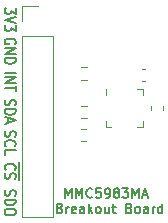
<source format=gbr>
%TF.GenerationSoftware,KiCad,Pcbnew,(6.0.6-0)*%
%TF.CreationDate,2022-08-17T23:58:54-07:00*%
%TF.ProjectId,mmc5983ma,6d6d6335-3938-4336-9d61-2e6b69636164,rev?*%
%TF.SameCoordinates,Original*%
%TF.FileFunction,Legend,Top*%
%TF.FilePolarity,Positive*%
%FSLAX46Y46*%
G04 Gerber Fmt 4.6, Leading zero omitted, Abs format (unit mm)*
G04 Created by KiCad (PCBNEW (6.0.6-0)) date 2022-08-17 23:58:54*
%MOMM*%
%LPD*%
G01*
G04 APERTURE LIST*
%ADD10C,0.150000*%
%ADD11C,0.120000*%
%ADD12C,0.100000*%
G04 APERTURE END LIST*
D10*
X100651514Y-109264571D02*
X100608657Y-109378857D01*
X100608657Y-109569333D01*
X100651514Y-109645523D01*
X100694371Y-109683619D01*
X100780085Y-109721714D01*
X100865800Y-109721714D01*
X100951514Y-109683619D01*
X100994371Y-109645523D01*
X101037228Y-109569333D01*
X101080085Y-109416952D01*
X101122942Y-109340761D01*
X101165800Y-109302666D01*
X101251514Y-109264571D01*
X101337228Y-109264571D01*
X101422942Y-109302666D01*
X101465800Y-109340761D01*
X101508657Y-109416952D01*
X101508657Y-109607428D01*
X101465800Y-109721714D01*
X100608657Y-110064571D02*
X101508657Y-110064571D01*
X101508657Y-110255047D01*
X101465800Y-110369333D01*
X101380085Y-110445523D01*
X101294371Y-110483619D01*
X101122942Y-110521714D01*
X100994371Y-110521714D01*
X100822942Y-110483619D01*
X100737228Y-110445523D01*
X100651514Y-110369333D01*
X100608657Y-110255047D01*
X100608657Y-110064571D01*
X100865800Y-110826476D02*
X100865800Y-111207428D01*
X100608657Y-110750285D02*
X101508657Y-111016952D01*
X100608657Y-111283619D01*
X101508657Y-101498523D02*
X101508657Y-101993761D01*
X101165800Y-101727095D01*
X101165800Y-101841380D01*
X101122942Y-101917571D01*
X101080085Y-101955666D01*
X100994371Y-101993761D01*
X100780085Y-101993761D01*
X100694371Y-101955666D01*
X100651514Y-101917571D01*
X100608657Y-101841380D01*
X100608657Y-101612809D01*
X100651514Y-101536619D01*
X100694371Y-101498523D01*
X101508657Y-102222333D02*
X100608657Y-102489000D01*
X101508657Y-102755666D01*
X101508657Y-102946142D02*
X101508657Y-103441380D01*
X101165800Y-103174714D01*
X101165800Y-103289000D01*
X101122942Y-103365190D01*
X101080085Y-103403285D01*
X100994371Y-103441380D01*
X100780085Y-103441380D01*
X100694371Y-103403285D01*
X100651514Y-103365190D01*
X100608657Y-103289000D01*
X100608657Y-103060428D01*
X100651514Y-102984238D01*
X100694371Y-102946142D01*
X100608657Y-106972190D02*
X101508657Y-106972190D01*
X100608657Y-107353142D02*
X101508657Y-107353142D01*
X100608657Y-107810285D01*
X101508657Y-107810285D01*
X101508657Y-108076952D02*
X101508657Y-108534095D01*
X100608657Y-108305523D02*
X101508657Y-108305523D01*
X100651514Y-116935380D02*
X100608657Y-117049666D01*
X100608657Y-117240142D01*
X100651514Y-117316333D01*
X100694371Y-117354428D01*
X100780085Y-117392523D01*
X100865800Y-117392523D01*
X100951514Y-117354428D01*
X100994371Y-117316333D01*
X101037228Y-117240142D01*
X101080085Y-117087761D01*
X101122942Y-117011571D01*
X101165800Y-116973476D01*
X101251514Y-116935380D01*
X101337228Y-116935380D01*
X101422942Y-116973476D01*
X101465800Y-117011571D01*
X101508657Y-117087761D01*
X101508657Y-117278238D01*
X101465800Y-117392523D01*
X100608657Y-117735380D02*
X101508657Y-117735380D01*
X101508657Y-117925857D01*
X101465800Y-118040142D01*
X101380085Y-118116333D01*
X101294371Y-118154428D01*
X101122942Y-118192523D01*
X100994371Y-118192523D01*
X100822942Y-118154428D01*
X100737228Y-118116333D01*
X100651514Y-118040142D01*
X100608657Y-117925857D01*
X100608657Y-117735380D01*
X101508657Y-118687761D02*
X101508657Y-118840142D01*
X101465800Y-118916333D01*
X101380085Y-118992523D01*
X101208657Y-119030619D01*
X100908657Y-119030619D01*
X100737228Y-118992523D01*
X100651514Y-118916333D01*
X100608657Y-118840142D01*
X100608657Y-118687761D01*
X100651514Y-118611571D01*
X100737228Y-118535380D01*
X100908657Y-118497285D01*
X101208657Y-118497285D01*
X101380085Y-118535380D01*
X101465800Y-118611571D01*
X101508657Y-118687761D01*
X101762800Y-114535047D02*
X101762800Y-115335047D01*
X100694371Y-115182666D02*
X100651514Y-115144571D01*
X100608657Y-115030285D01*
X100608657Y-114954095D01*
X100651514Y-114839809D01*
X100737228Y-114763619D01*
X100822942Y-114725523D01*
X100994371Y-114687428D01*
X101122942Y-114687428D01*
X101294371Y-114725523D01*
X101380085Y-114763619D01*
X101465800Y-114839809D01*
X101508657Y-114954095D01*
X101508657Y-115030285D01*
X101465800Y-115144571D01*
X101422942Y-115182666D01*
X101762800Y-115335047D02*
X101762800Y-116096952D01*
X100651514Y-115487428D02*
X100608657Y-115601714D01*
X100608657Y-115792190D01*
X100651514Y-115868380D01*
X100694371Y-115906476D01*
X100780085Y-115944571D01*
X100865800Y-115944571D01*
X100951514Y-115906476D01*
X100994371Y-115868380D01*
X101037228Y-115792190D01*
X101080085Y-115639809D01*
X101122942Y-115563619D01*
X101165800Y-115525523D01*
X101251514Y-115487428D01*
X101337228Y-115487428D01*
X101422942Y-115525523D01*
X101465800Y-115563619D01*
X101508657Y-115639809D01*
X101508657Y-115830285D01*
X101465800Y-115944571D01*
X100651514Y-111950619D02*
X100608657Y-112064904D01*
X100608657Y-112255380D01*
X100651514Y-112331571D01*
X100694371Y-112369666D01*
X100780085Y-112407761D01*
X100865800Y-112407761D01*
X100951514Y-112369666D01*
X100994371Y-112331571D01*
X101037228Y-112255380D01*
X101080085Y-112103000D01*
X101122942Y-112026809D01*
X101165800Y-111988714D01*
X101251514Y-111950619D01*
X101337228Y-111950619D01*
X101422942Y-111988714D01*
X101465800Y-112026809D01*
X101508657Y-112103000D01*
X101508657Y-112293476D01*
X101465800Y-112407761D01*
X100694371Y-113207761D02*
X100651514Y-113169666D01*
X100608657Y-113055380D01*
X100608657Y-112979190D01*
X100651514Y-112864904D01*
X100737228Y-112788714D01*
X100822942Y-112750619D01*
X100994371Y-112712523D01*
X101122942Y-112712523D01*
X101294371Y-112750619D01*
X101380085Y-112788714D01*
X101465800Y-112864904D01*
X101508657Y-112979190D01*
X101508657Y-113055380D01*
X101465800Y-113169666D01*
X101422942Y-113207761D01*
X100608657Y-113931571D02*
X100608657Y-113550619D01*
X101508657Y-113550619D01*
X105721619Y-117573904D02*
X105721619Y-116773904D01*
X105988285Y-117345333D01*
X106254952Y-116773904D01*
X106254952Y-117573904D01*
X106635904Y-117573904D02*
X106635904Y-116773904D01*
X106902571Y-117345333D01*
X107169238Y-116773904D01*
X107169238Y-117573904D01*
X108007333Y-117497714D02*
X107969238Y-117535809D01*
X107854952Y-117573904D01*
X107778761Y-117573904D01*
X107664476Y-117535809D01*
X107588285Y-117459619D01*
X107550190Y-117383428D01*
X107512095Y-117231047D01*
X107512095Y-117116761D01*
X107550190Y-116964380D01*
X107588285Y-116888190D01*
X107664476Y-116812000D01*
X107778761Y-116773904D01*
X107854952Y-116773904D01*
X107969238Y-116812000D01*
X108007333Y-116850095D01*
X108731142Y-116773904D02*
X108350190Y-116773904D01*
X108312095Y-117154857D01*
X108350190Y-117116761D01*
X108426380Y-117078666D01*
X108616857Y-117078666D01*
X108693047Y-117116761D01*
X108731142Y-117154857D01*
X108769238Y-117231047D01*
X108769238Y-117421523D01*
X108731142Y-117497714D01*
X108693047Y-117535809D01*
X108616857Y-117573904D01*
X108426380Y-117573904D01*
X108350190Y-117535809D01*
X108312095Y-117497714D01*
X109150190Y-117573904D02*
X109302571Y-117573904D01*
X109378761Y-117535809D01*
X109416857Y-117497714D01*
X109493047Y-117383428D01*
X109531142Y-117231047D01*
X109531142Y-116926285D01*
X109493047Y-116850095D01*
X109454952Y-116812000D01*
X109378761Y-116773904D01*
X109226380Y-116773904D01*
X109150190Y-116812000D01*
X109112095Y-116850095D01*
X109074000Y-116926285D01*
X109074000Y-117116761D01*
X109112095Y-117192952D01*
X109150190Y-117231047D01*
X109226380Y-117269142D01*
X109378761Y-117269142D01*
X109454952Y-117231047D01*
X109493047Y-117192952D01*
X109531142Y-117116761D01*
X109988285Y-117116761D02*
X109912095Y-117078666D01*
X109874000Y-117040571D01*
X109835904Y-116964380D01*
X109835904Y-116926285D01*
X109874000Y-116850095D01*
X109912095Y-116812000D01*
X109988285Y-116773904D01*
X110140666Y-116773904D01*
X110216857Y-116812000D01*
X110254952Y-116850095D01*
X110293047Y-116926285D01*
X110293047Y-116964380D01*
X110254952Y-117040571D01*
X110216857Y-117078666D01*
X110140666Y-117116761D01*
X109988285Y-117116761D01*
X109912095Y-117154857D01*
X109874000Y-117192952D01*
X109835904Y-117269142D01*
X109835904Y-117421523D01*
X109874000Y-117497714D01*
X109912095Y-117535809D01*
X109988285Y-117573904D01*
X110140666Y-117573904D01*
X110216857Y-117535809D01*
X110254952Y-117497714D01*
X110293047Y-117421523D01*
X110293047Y-117269142D01*
X110254952Y-117192952D01*
X110216857Y-117154857D01*
X110140666Y-117116761D01*
X110559714Y-116773904D02*
X111054952Y-116773904D01*
X110788285Y-117078666D01*
X110902571Y-117078666D01*
X110978761Y-117116761D01*
X111016857Y-117154857D01*
X111054952Y-117231047D01*
X111054952Y-117421523D01*
X111016857Y-117497714D01*
X110978761Y-117535809D01*
X110902571Y-117573904D01*
X110674000Y-117573904D01*
X110597809Y-117535809D01*
X110559714Y-117497714D01*
X111397809Y-117573904D02*
X111397809Y-116773904D01*
X111664476Y-117345333D01*
X111931142Y-116773904D01*
X111931142Y-117573904D01*
X112274000Y-117345333D02*
X112654952Y-117345333D01*
X112197809Y-117573904D02*
X112464476Y-116773904D01*
X112731142Y-117573904D01*
X105264476Y-118442857D02*
X105378761Y-118480952D01*
X105416857Y-118519047D01*
X105454952Y-118595238D01*
X105454952Y-118709523D01*
X105416857Y-118785714D01*
X105378761Y-118823809D01*
X105302571Y-118861904D01*
X104997809Y-118861904D01*
X104997809Y-118061904D01*
X105264476Y-118061904D01*
X105340666Y-118100000D01*
X105378761Y-118138095D01*
X105416857Y-118214285D01*
X105416857Y-118290476D01*
X105378761Y-118366666D01*
X105340666Y-118404761D01*
X105264476Y-118442857D01*
X104997809Y-118442857D01*
X105797809Y-118861904D02*
X105797809Y-118328571D01*
X105797809Y-118480952D02*
X105835904Y-118404761D01*
X105874000Y-118366666D01*
X105950190Y-118328571D01*
X106026380Y-118328571D01*
X106597809Y-118823809D02*
X106521619Y-118861904D01*
X106369238Y-118861904D01*
X106293047Y-118823809D01*
X106254952Y-118747619D01*
X106254952Y-118442857D01*
X106293047Y-118366666D01*
X106369238Y-118328571D01*
X106521619Y-118328571D01*
X106597809Y-118366666D01*
X106635904Y-118442857D01*
X106635904Y-118519047D01*
X106254952Y-118595238D01*
X107321619Y-118861904D02*
X107321619Y-118442857D01*
X107283523Y-118366666D01*
X107207333Y-118328571D01*
X107054952Y-118328571D01*
X106978761Y-118366666D01*
X107321619Y-118823809D02*
X107245428Y-118861904D01*
X107054952Y-118861904D01*
X106978761Y-118823809D01*
X106940666Y-118747619D01*
X106940666Y-118671428D01*
X106978761Y-118595238D01*
X107054952Y-118557142D01*
X107245428Y-118557142D01*
X107321619Y-118519047D01*
X107702571Y-118861904D02*
X107702571Y-118061904D01*
X107778761Y-118557142D02*
X108007333Y-118861904D01*
X108007333Y-118328571D02*
X107702571Y-118633333D01*
X108464476Y-118861904D02*
X108388285Y-118823809D01*
X108350190Y-118785714D01*
X108312095Y-118709523D01*
X108312095Y-118480952D01*
X108350190Y-118404761D01*
X108388285Y-118366666D01*
X108464476Y-118328571D01*
X108578761Y-118328571D01*
X108654952Y-118366666D01*
X108693047Y-118404761D01*
X108731142Y-118480952D01*
X108731142Y-118709523D01*
X108693047Y-118785714D01*
X108654952Y-118823809D01*
X108578761Y-118861904D01*
X108464476Y-118861904D01*
X109416857Y-118328571D02*
X109416857Y-118861904D01*
X109074000Y-118328571D02*
X109074000Y-118747619D01*
X109112095Y-118823809D01*
X109188285Y-118861904D01*
X109302571Y-118861904D01*
X109378761Y-118823809D01*
X109416857Y-118785714D01*
X109683523Y-118328571D02*
X109988285Y-118328571D01*
X109797809Y-118061904D02*
X109797809Y-118747619D01*
X109835904Y-118823809D01*
X109912095Y-118861904D01*
X109988285Y-118861904D01*
X111131142Y-118442857D02*
X111245428Y-118480952D01*
X111283523Y-118519047D01*
X111321619Y-118595238D01*
X111321619Y-118709523D01*
X111283523Y-118785714D01*
X111245428Y-118823809D01*
X111169238Y-118861904D01*
X110864476Y-118861904D01*
X110864476Y-118061904D01*
X111131142Y-118061904D01*
X111207333Y-118100000D01*
X111245428Y-118138095D01*
X111283523Y-118214285D01*
X111283523Y-118290476D01*
X111245428Y-118366666D01*
X111207333Y-118404761D01*
X111131142Y-118442857D01*
X110864476Y-118442857D01*
X111778761Y-118861904D02*
X111702571Y-118823809D01*
X111664476Y-118785714D01*
X111626380Y-118709523D01*
X111626380Y-118480952D01*
X111664476Y-118404761D01*
X111702571Y-118366666D01*
X111778761Y-118328571D01*
X111893047Y-118328571D01*
X111969238Y-118366666D01*
X112007333Y-118404761D01*
X112045428Y-118480952D01*
X112045428Y-118709523D01*
X112007333Y-118785714D01*
X111969238Y-118823809D01*
X111893047Y-118861904D01*
X111778761Y-118861904D01*
X112731142Y-118861904D02*
X112731142Y-118442857D01*
X112693047Y-118366666D01*
X112616857Y-118328571D01*
X112464476Y-118328571D01*
X112388285Y-118366666D01*
X112731142Y-118823809D02*
X112654952Y-118861904D01*
X112464476Y-118861904D01*
X112388285Y-118823809D01*
X112350190Y-118747619D01*
X112350190Y-118671428D01*
X112388285Y-118595238D01*
X112464476Y-118557142D01*
X112654952Y-118557142D01*
X112731142Y-118519047D01*
X113112095Y-118861904D02*
X113112095Y-118328571D01*
X113112095Y-118480952D02*
X113150190Y-118404761D01*
X113188285Y-118366666D01*
X113264476Y-118328571D01*
X113340666Y-118328571D01*
X113950190Y-118861904D02*
X113950190Y-118061904D01*
X113950190Y-118823809D02*
X113874000Y-118861904D01*
X113721619Y-118861904D01*
X113645428Y-118823809D01*
X113607333Y-118785714D01*
X113569238Y-118709523D01*
X113569238Y-118480952D01*
X113607333Y-118404761D01*
X113645428Y-118366666D01*
X113721619Y-118328571D01*
X113874000Y-118328571D01*
X113950190Y-118366666D01*
X101465800Y-104546476D02*
X101508657Y-104470285D01*
X101508657Y-104356000D01*
X101465800Y-104241714D01*
X101380085Y-104165523D01*
X101294371Y-104127428D01*
X101122942Y-104089333D01*
X100994371Y-104089333D01*
X100822942Y-104127428D01*
X100737228Y-104165523D01*
X100651514Y-104241714D01*
X100608657Y-104356000D01*
X100608657Y-104432190D01*
X100651514Y-104546476D01*
X100694371Y-104584571D01*
X100994371Y-104584571D01*
X100994371Y-104432190D01*
X100608657Y-104927428D02*
X101508657Y-104927428D01*
X100608657Y-105384571D01*
X101508657Y-105384571D01*
X100608657Y-105765523D02*
X101508657Y-105765523D01*
X101508657Y-105956000D01*
X101465800Y-106070285D01*
X101380085Y-106146476D01*
X101294371Y-106184571D01*
X101122942Y-106222666D01*
X100994371Y-106222666D01*
X100822942Y-106184571D01*
X100737228Y-106146476D01*
X100651514Y-106070285D01*
X100608657Y-105956000D01*
X100608657Y-105765523D01*
D11*
%TO.C,R1*%
X107527658Y-109763500D02*
X107053142Y-109763500D01*
X107527658Y-110808500D02*
X107053142Y-110808500D01*
%TO.C,R3*%
X107515458Y-111744700D02*
X107040942Y-111744700D01*
X107515458Y-112789700D02*
X107040942Y-112789700D01*
D12*
%TO.C,U1*%
X111832000Y-108339200D02*
X112332000Y-108339200D01*
X112332000Y-111539200D02*
X112332000Y-111039200D01*
X112332000Y-111039200D02*
X112332000Y-111539200D01*
X109132000Y-108339200D02*
X109132000Y-108839200D01*
X109132000Y-111539200D02*
X109632000Y-111539200D01*
X112332000Y-111539200D02*
X111832000Y-111539200D01*
X109132000Y-111539200D02*
X109132000Y-111039200D01*
X112332000Y-108339200D02*
X112332000Y-108839200D01*
D11*
%TO.C,C2*%
X113998000Y-110121780D02*
X113998000Y-109840620D01*
X112978000Y-110121780D02*
X112978000Y-109840620D01*
%TO.C,R2*%
X107552258Y-107583500D02*
X107077742Y-107583500D01*
X107552258Y-106538500D02*
X107077742Y-106538500D01*
%TO.C,J1*%
X102048000Y-103894200D02*
X104708000Y-103894200D01*
X102048000Y-119194200D02*
X104708000Y-119194200D01*
X102048000Y-103894200D02*
X102048000Y-119194200D01*
X102048000Y-102624200D02*
X102048000Y-101294200D01*
X104708000Y-103894200D02*
X104708000Y-119194200D01*
X102048000Y-101294200D02*
X103378000Y-101294200D01*
%TO.C,C1*%
X112179020Y-106677200D02*
X112460180Y-106677200D01*
X112179020Y-107697200D02*
X112460180Y-107697200D01*
%TD*%
M02*

</source>
